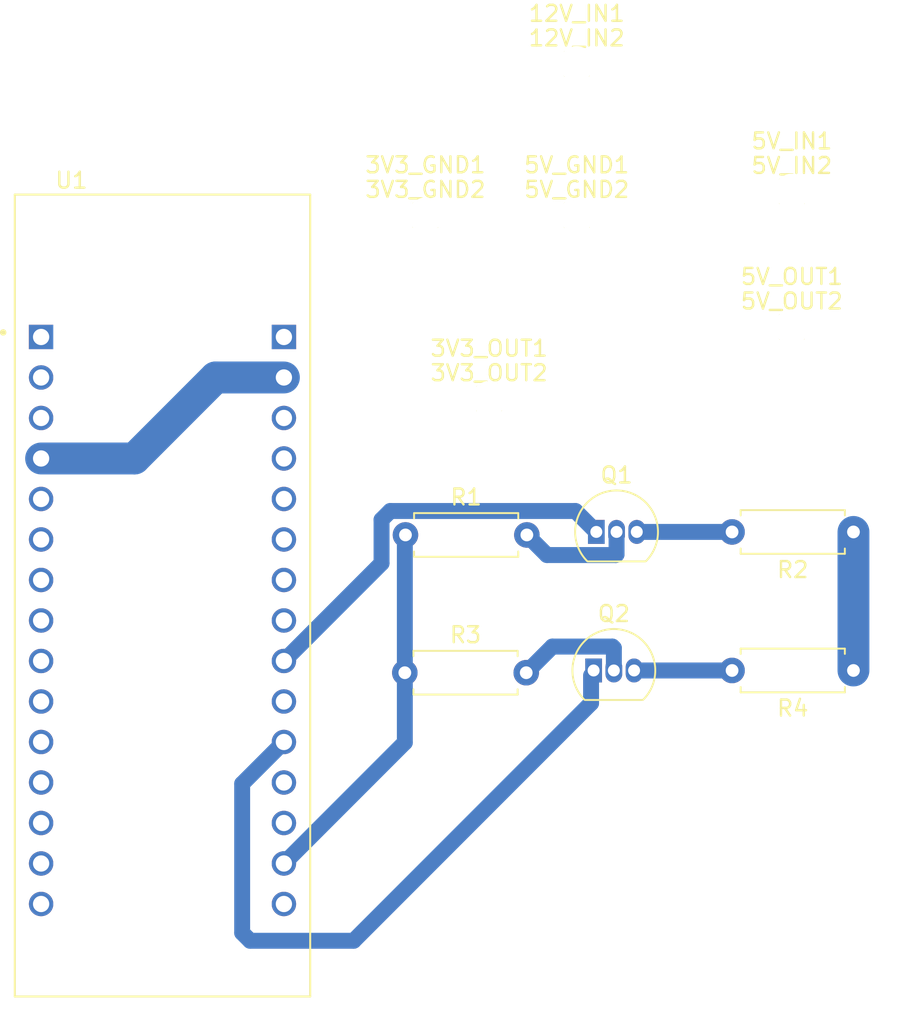
<source format=kicad_pcb>
(kicad_pcb (version 20241229) (generator "pcbnew") (generator_version "9.0")
  (layers (0 "F.Cu" signal) (2 "B.Cu" signal) (13 "F.Paste" user) (15 "B.Paste" user) (5 "F.SilkS" user "F.Silkscreen") (7 "B.SilkS" user "B.Silkscreen") (1 "F.Mask" user) (3 "B.Mask" user) (25 "Edge.Cuts" user))
  (net 0 "")
  (net 1 "Net-(Q1-B)")
  (net 2 "DI_OUT")
  (net 3 "DI_IN")
  (net 4 "Net-(Q2-B)")
  (net 5 "CLK_IN")
  (net 6 "CLK_OUT")
  (net 7 "3V3")
  (net 8 "5V")
  (net 17 "GND")
  (net 29 "12V")
  (footprint "Package_TO_SOT_THT:TO-92_Inline" (layer "F.Cu") (at 154.06 74.55)
    (property "Reference" "Q2" (at 1.27 -3.56 0) (layer "F.SilkS"))
    (property "Value" "2N3904")
    (fp_line (start -0.53 1.85) (end 3.07 1.85) (stroke (width 0.12)) (layer "F.SilkS"))
    (fp_arc (start -0.568478 1.838478) (mid -1.132087 -0.994977) (end 1.27 -2.6) (stroke (width 0.12)) (layer "F.SilkS"))
    (fp_arc (start 1.27 -2.6) (mid 3.672087 -0.994977) (end 3.108478 1.838478) (stroke (width 0.12)) (layer "F.SilkS"))
    (pad "1" thru_hole rect (at 0 0) (size 1.05 1.5) (drill 0.75) (layers "*.Cu" "*.Mask") (net 5 "CLK_IN"))
    (pad "2" thru_hole oval (at 1.27 0) (size 1.05 1.5) (drill 0.75) (layers "*.Cu" "*.Mask") (net 4 "Net-(Q2-B)"))
    (pad "3" thru_hole oval (at 2.54 0) (size 1.05 1.5) (drill 0.75) (layers "*.Cu" "*.Mask") (net 6 "CLK_OUT"))
  )
  (footprint "MountingHole:MountingHole_2.2mm_M2" (layer "F.Cu") (at 166.5 44.5)
    (property "Reference" "5V_IN1" (at 0 -3.15 0) (layer "F.SilkS"))
    (property "Value" "MountingHole_Pad")
    (pad "" np_thru_hole circle (at 0 0) (size 2.2 2.2) (drill 2.2) (layers "*.Cu" "*.Mask"))
  )
  (footprint "MountingHole:MountingHole_2.2mm_M2" (layer "F.Cu") (at 153 36.5)
    (property "Reference" "12V_IN1" (at 0 -3.15 0) (layer "F.SilkS"))
    (property "Value" "MountingHole_Pad")
    (pad "" np_thru_hole circle (at 0 0) (size 2.2 2.2) (drill 2.2) (layers "*.Cu" "*.Mask"))
  )
  (footprint "Resistor_THT:R_Axial_DIN0207_L6.3mm_D2.5mm_P7.62mm_Horizontal" (layer "F.Cu") (at 142.25 66.05)
    (property "Reference" "R1" (at 3.81 -2.37 0) (layer "F.SilkS"))
    (property "Value" "2.2k")
    (fp_line (start 0.54 -1.37) (end 7.08 -1.37) (stroke (width 0.12)) (layer "F.SilkS"))
    (fp_line (start 0.54 -1.04) (end 0.54 -1.37) (stroke (width 0.12)) (layer "F.SilkS"))
    (fp_line (start 0.54 1.04) (end 0.54 1.37) (stroke (width 0.12)) (layer "F.SilkS"))
    (fp_line (start 0.54 1.37) (end 7.08 1.37) (stroke (width 0.12)) (layer "F.SilkS"))
    (fp_line (start 7.08 -1.37) (end 7.08 -1.04) (stroke (width 0.12)) (layer "F.SilkS"))
    (fp_line (start 7.08 1.37) (end 7.08 1.04) (stroke (width 0.12)) (layer "F.SilkS"))
    (pad "1" thru_hole circle (at 0 0) (size 1.6 1.6) (drill 0.8) (layers "*.Cu" "*.Mask") (net 7 "3V3"))
    (pad "2" thru_hole circle (at 7.62 0) (size 1.6 1.6) (drill 0.8) (layers "*.Cu" "*.Mask") (net 1 "Net-(Q1-B)"))
  )
  (footprint "Connector_PinHeader_1.00mm:PinHeader_1x01_P1.00mm_Vertical" (layer "F.Cu") (at 143.5 46)
    (property "Reference" "3V3_GND2" (at 0 -1.61 0) (layer "F.SilkS"))
    (property "Value" "Conn_01x01_Pin")
    (fp_line (start -0.745 -0.735) (end 0 -0.735) (stroke (width 0.12)) (layer "F.SilkS"))
    (fp_line (start -0.745 0) (end -0.745 -0.735) (stroke (width 0.12)) (layer "F.SilkS"))
    (fp_line (start -0.745 0.735) (end -0.745 0.61) (stroke (width 0.12)) (layer "F.SilkS"))
    (fp_line (start -0.745 0.735) (end -0.685565 0.735) (stroke (width 0.12)) (layer "F.SilkS"))
    (fp_line (start -0.745 0.735) (end 0.745 0.735) (stroke (width 0.12)) (layer "F.SilkS"))
    (fp_line (start 0.685565 0.735) (end 0.745 0.735) (stroke (width 0.12)) (layer "F.SilkS"))
    (fp_line (start 0.745 0.735) (end 0.745 0.61) (stroke (width 0.12)) (layer "F.SilkS"))
    (pad "1" thru_hole rect (at 0 0) (size 0.85 0.85) (drill 0.5) (layers "*.Cu" "*.Mask") (net 17 "GND"))
  )
  (footprint "Package_TO_SOT_THT:TO-92_Inline" (layer "F.Cu") (at 154.23 65.86)
    (property "Reference" "Q1" (at 1.27 -3.56 0) (layer "F.SilkS"))
    (property "Value" "2N3904")
    (fp_line (start -0.53 1.85) (end 3.07 1.85) (stroke (width 0.12)) (layer "F.SilkS"))
    (fp_arc (start -0.568478 1.838478) (mid -1.132087 -0.994977) (end 1.27 -2.6) (stroke (width 0.12)) (layer "F.SilkS"))
    (fp_arc (start 1.27 -2.6) (mid 3.672087 -0.994977) (end 3.108478 1.838478) (stroke (width 0.12)) (layer "F.SilkS"))
    (pad "1" thru_hole rect (at 0 0) (size 1.05 1.5) (drill 0.75) (layers "*.Cu" "*.Mask") (net 3 "DI_IN"))
    (pad "2" thru_hole oval (at 1.27 0) (size 1.05 1.5) (drill 0.75) (layers "*.Cu" "*.Mask") (net 1 "Net-(Q1-B)"))
    (pad "3" thru_hole oval (at 2.54 0) (size 1.05 1.5) (drill 0.75) (layers "*.Cu" "*.Mask") (net 2 "DI_OUT"))
  )
  (footprint "Connector_PinHeader_1.00mm:PinHeader_1x01_P1.00mm_Vertical" (layer "F.Cu") (at 147.5 57.5)
    (property "Reference" "3V3_OUT2" (at 0 -1.61 0) (layer "F.SilkS"))
    (property "Value" "Conn_01x01_Pin")
    (fp_line (start -0.745 -0.735) (end 0 -0.735) (stroke (width 0.12)) (layer "F.SilkS"))
    (fp_line (start -0.745 0) (end -0.745 -0.735) (stroke (width 0.12)) (layer "F.SilkS"))
    (fp_line (start -0.745 0.735) (end -0.745 0.61) (stroke (width 0.12)) (layer "F.SilkS"))
    (fp_line (start -0.745 0.735) (end -0.685565 0.735) (stroke (width 0.12)) (layer "F.SilkS"))
    (fp_line (start -0.745 0.735) (end 0.745 0.735) (stroke (width 0.12)) (layer "F.SilkS"))
    (fp_line (start 0.685565 0.735) (end 0.745 0.735) (stroke (width 0.12)) (layer "F.SilkS"))
    (fp_line (start 0.745 0.735) (end 0.745 0.61) (stroke (width 0.12)) (layer "F.SilkS"))
    (pad "1" thru_hole rect (at 0 0) (size 0.85 0.85) (drill 0.5) (layers "*.Cu" "*.Mask") (net 7 "3V3"))
  )
  (footprint "Connector_PinHeader_1.00mm:PinHeader_1x01_P1.00mm_Vertical" (layer "F.Cu") (at 166.5 53)
    (property "Reference" "5V_OUT2" (at 0 -1.61 0) (layer "F.SilkS"))
    (property "Value" "Conn_01x01_Pin")
    (fp_line (start -0.745 -0.735) (end 0 -0.735) (stroke (width 0.12)) (layer "F.SilkS"))
    (fp_line (start -0.745 0) (end -0.745 -0.735) (stroke (width 0.12)) (layer "F.SilkS"))
    (fp_line (start -0.745 0.735) (end -0.745 0.61) (stroke (width 0.12)) (layer "F.SilkS"))
    (fp_line (start -0.745 0.735) (end -0.685565 0.735) (stroke (width 0.12)) (layer "F.SilkS"))
    (fp_line (start -0.745 0.735) (end 0.745 0.735) (stroke (width 0.12)) (layer "F.SilkS"))
    (fp_line (start 0.685565 0.735) (end 0.745 0.735) (stroke (width 0.12)) (layer "F.SilkS"))
    (fp_line (start 0.745 0.735) (end 0.745 0.61) (stroke (width 0.12)) (layer "F.SilkS"))
    (pad "1" thru_hole rect (at 0 0) (size 0.85 0.85) (drill 0.5) (layers "*.Cu" "*.Mask") (net 8 "5V"))
  )
  (footprint "Connector_PinHeader_1.00mm:PinHeader_1x01_P1.00mm_Vertical" (layer "F.Cu") (at 153 46)
    (property "Reference" "5V_GND2" (at 0 -1.61 0) (layer "F.SilkS"))
    (property "Value" "Conn_01x01_Pin")
    (fp_line (start -0.745 -0.735) (end 0 -0.735) (stroke (width 0.12)) (layer "F.SilkS"))
    (fp_line (start -0.745 0) (end -0.745 -0.735) (stroke (width 0.12)) (layer "F.SilkS"))
    (fp_line (start -0.745 0.735) (end -0.745 0.61) (stroke (width 0.12)) (layer "F.SilkS"))
    (fp_line (start -0.745 0.735) (end -0.685565 0.735) (stroke (width 0.12)) (layer "F.SilkS"))
    (fp_line (start -0.745 0.735) (end 0.745 0.735) (stroke (width 0.12)) (layer "F.SilkS"))
    (fp_line (start 0.685565 0.735) (end 0.745 0.735) (stroke (width 0.12)) (layer "F.SilkS"))
    (fp_line (start 0.745 0.735) (end 0.745 0.61) (stroke (width 0.12)) (layer "F.SilkS"))
    (pad "1" thru_hole rect (at 0 0) (size 0.85 0.85) (drill 0.5) (layers "*.Cu" "*.Mask") (net 17 "GND"))
  )
  (footprint "MountingHole:MountingHole_2.2mm_M2" (layer "F.Cu") (at 147.5 57.5)
    (property "Reference" "3V3_OUT1" (at 0 -3.15 0) (layer "F.SilkS"))
    (property "Value" "MountingHole_Pad")
    (pad "" np_thru_hole circle (at 0 0) (size 2.2 2.2) (drill 2.2) (layers "*.Cu" "*.Mask"))
  )
  (footprint "NUCLEO-L432KC:MODULE_NUCLEO-L432KC" (layer "F.Cu") (at 127 69.85)
    (property "Reference" "U1" (at -5.715 -26.035 0) (layer "F.SilkS"))
    (property "Value" "NUCLEO-L432KC")
    (fp_line (start -9.27 -25.145) (end 9.27 -25.145) (stroke (width 0.127)) (layer "F.SilkS"))
    (fp_line (start -9.27 25.145) (end -9.27 -25.145) (stroke (width 0.127)) (layer "F.SilkS"))
    (fp_line (start 9.27 -25.145) (end 9.27 25.145) (stroke (width 0.127)) (layer "F.SilkS"))
    (fp_line (start 9.27 25.145) (end -9.27 25.145) (stroke (width 0.127)) (layer "F.SilkS"))
    (fp_circle (center -10 -16.5) (end -9.9 -16.5) (stroke (width 0.2)) (fill no) (layer "F.SilkS"))
    (pad "3V3" thru_hole circle (at 7.62 16.805) (size 1.53 1.53) (drill 1.02) (layers "*.Cu" "*.Mask") (net 7 "3V3"))
    (pad "5V" thru_hole circle (at 7.62 -8.595) (size 1.53 1.53) (drill 1.02) (layers "*.Cu" "*.Mask"))
    (pad "A0" thru_hole circle (at 7.62 11.725) (size 1.53 1.53) (drill 1.02) (layers "*.Cu" "*.Mask"))
    (pad "A1" thru_hole circle (at 7.62 9.185) (size 1.53 1.53) (drill 1.02) (layers "*.Cu" "*.Mask") (net 5 "CLK_IN"))
    (pad "A2" thru_hole circle (at 7.62 6.645) (size 1.53 1.53) (drill 1.02) (layers "*.Cu" "*.Mask"))
    (pad "A3" thru_hole circle (at 7.62 4.105) (size 1.53 1.53) (drill 1.02) (layers "*.Cu" "*.Mask") (net 3 "DI_IN"))
    (pad "A4" thru_hole circle (at 7.62 1.565) (size 1.53 1.53) (drill 1.02) (layers "*.Cu" "*.Mask"))
    (pad "A5" thru_hole circle (at 7.62 -0.975) (size 1.53 1.53) (drill 1.02) (layers "*.Cu" "*.Mask"))
    (pad "A6" thru_hole circle (at 7.62 -3.515) (size 1.53 1.53) (drill 1.02) (layers "*.Cu" "*.Mask"))
    (pad "A7" thru_hole circle (at 7.62 -6.055) (size 1.53 1.53) (drill 1.02) (layers "*.Cu" "*.Mask"))
    (pad "D0/RX" thru_hole circle (at -7.62 -13.675) (size 1.53 1.53) (drill 1.02) (layers "*.Cu" "*.Mask"))
    (pad "D1/TX" thru_hole rect (at -7.62 -16.215) (size 1.53 1.53) (drill 1.02) (layers "*.Cu" "*.Mask"))
    (pad "D2" thru_hole circle (at -7.62 -6.055) (size 1.53 1.53) (drill 1.02) (layers "*.Cu" "*.Mask"))
    (pad "D3" thru_hole circle (at -7.62 -3.515) (size 1.53 1.53) (drill 1.02) (layers "*.Cu" "*.Mask"))
    (pad "D4" thru_hole circle (at -7.62 -0.975) (size 1.53 1.53) (drill 1.02) (layers "*.Cu" "*.Mask"))
    (pad "D5" thru_hole circle (at -7.62 1.565) (size 1.53 1.53) (drill 1.02) (layers "*.Cu" "*.Mask"))
    (pad "D6" thru_hole circle (at -7.62 4.105) (size 1.53 1.53) (drill 1.02) (layers "*.Cu" "*.Mask"))
    (pad "D7" thru_hole circle (at -7.62 6.645) (size 1.53 1.53) (drill 1.02) (layers "*.Cu" "*.Mask"))
    (pad "D8" thru_hole circle (at -7.62 9.185) (size 1.53 1.53) (drill 1.02) (layers "*.Cu" "*.Mask"))
    (pad "D9" thru_hole circle (at -7.62 11.725) (size 1.53 1.53) (drill 1.02) (layers "*.Cu" "*.Mask"))
    (pad "D10" thru_hole circle (at -7.62 14.265) (size 1.53 1.53) (drill 1.02) (layers "*.Cu" "*.Mask"))
    (pad "D11" thru_hole circle (at -7.62 16.805) (size 1.53 1.53) (drill 1.02) (layers "*.Cu" "*.Mask"))
    (pad "D12" thru_hole circle (at -7.62 19.345) (size 1.53 1.53) (drill 1.02) (layers "*.Cu" "*.Mask"))
    (pad "D13" thru_hole circle (at 7.62 19.345) (size 1.53 1.53) (drill 1.02) (layers "*.Cu" "*.Mask"))
    (pad "GND" thru_hole circle (at -7.62 -8.595) (size 1.53 1.53) (drill 1.02) (layers "*.Cu" "*.Mask") (net 17 "GND"))
    (pad "GND" thru_hole circle (at 7.62 -13.675) (size 1.53 1.53) (drill 1.02) (layers "*.Cu" "*.Mask") (net 17 "GND"))
    (pad "REF" thru_hole circle (at 7.62 14.265) (size 1.53 1.53) (drill 1.02) (layers "*.Cu" "*.Mask"))
    (pad "RST" thru_hole circle (at -7.62 -11.135) (size 1.53 1.53) (drill 1.02) (layers "*.Cu" "*.Mask"))
    (pad "RST" thru_hole circle (at 7.62 -11.135) (size 1.53 1.53) (drill 1.02) (layers "*.Cu" "*.Mask"))
    (pad "VIN" thru_hole rect (at 7.62 -16.215) (size 1.53 1.53) (drill 1.02) (layers "*.Cu" "*.Mask"))
  )
  (footprint "Resistor_THT:R_Axial_DIN0207_L6.3mm_D2.5mm_P7.62mm_Horizontal" (layer "F.Cu") (at 142.21 74.69)
    (property "Reference" "R3" (at 3.81 -2.37 0) (layer "F.SilkS"))
    (property "Value" "2.2k")
    (fp_line (start 0.54 -1.37) (end 7.08 -1.37) (stroke (width 0.12)) (layer "F.SilkS"))
    (fp_line (start 0.54 -1.04) (end 0.54 -1.37) (stroke (width 0.12)) (layer "F.SilkS"))
    (fp_line (start 0.54 1.04) (end 0.54 1.37) (stroke (width 0.12)) (layer "F.SilkS"))
    (fp_line (start 0.54 1.37) (end 7.08 1.37) (stroke (width 0.12)) (layer "F.SilkS"))
    (fp_line (start 7.08 -1.37) (end 7.08 -1.04) (stroke (width 0.12)) (layer "F.SilkS"))
    (fp_line (start 7.08 1.37) (end 7.08 1.04) (stroke (width 0.12)) (layer "F.SilkS"))
    (pad "1" thru_hole circle (at 0 0) (size 1.6 1.6) (drill 0.8) (layers "*.Cu" "*.Mask") (net 7 "3V3"))
    (pad "2" thru_hole circle (at 7.62 0) (size 1.6 1.6) (drill 0.8) (layers "*.Cu" "*.Mask") (net 4 "Net-(Q2-B)"))
  )
  (footprint "MountingHole:MountingHole_2.2mm_M2" (layer "F.Cu") (at 153 46)
    (property "Reference" "5V_GND1" (at 0 -3.15 0) (layer "F.SilkS"))
    (property "Value" "MountingHole_Pad")
    (pad "" np_thru_hole circle (at 0 0) (size 2.2 2.2) (drill 2.2) (layers "*.Cu" "*.Mask"))
  )
  (footprint "Connector_PinHeader_1.00mm:PinHeader_1x01_P1.00mm_Vertical" (layer "F.Cu") (at 166.5 44.5)
    (property "Reference" "5V_IN2" (at 0 -1.61 0) (layer "F.SilkS"))
    (property "Value" "Conn_01x01_Pin")
    (fp_line (start -0.745 -0.735) (end 0 -0.735) (stroke (width 0.12)) (layer "F.SilkS"))
    (fp_line (start -0.745 0) (end -0.745 -0.735) (stroke (width 0.12)) (layer "F.SilkS"))
    (fp_line (start -0.745 0.735) (end -0.745 0.61) (stroke (width 0.12)) (layer "F.SilkS"))
    (fp_line (start -0.745 0.735) (end -0.685565 0.735) (stroke (width 0.12)) (layer "F.SilkS"))
    (fp_line (start -0.745 0.735) (end 0.745 0.735) (stroke (width 0.12)) (layer "F.SilkS"))
    (fp_line (start 0.685565 0.735) (end 0.745 0.735) (stroke (width 0.12)) (layer "F.SilkS"))
    (fp_line (start 0.745 0.735) (end 0.745 0.61) (stroke (width 0.12)) (layer "F.SilkS"))
    (pad "1" thru_hole rect (at 0 0) (size 0.85 0.85) (drill 0.5) (layers "*.Cu" "*.Mask") (net 8 "5V"))
  )
  (footprint "Connector_PinHeader_1.00mm:PinHeader_1x01_P1.00mm_Vertical" (layer "F.Cu") (at 153 36.5)
    (property "Reference" "12V_IN2" (at 0 -1.61 0) (layer "F.SilkS"))
    (property "Value" "Conn_01x01_Pin")
    (fp_line (start -0.745 -0.735) (end 0 -0.735) (stroke (width 0.12)) (layer "F.SilkS"))
    (fp_line (start -0.745 0) (end -0.745 -0.735) (stroke (width 0.12)) (layer "F.SilkS"))
    (fp_line (start -0.745 0.735) (end -0.745 0.61) (stroke (width 0.12)) (layer "F.SilkS"))
    (fp_line (start -0.745 0.735) (end -0.685565 0.735) (stroke (width 0.12)) (layer "F.SilkS"))
    (fp_line (start -0.745 0.735) (end 0.745 0.735) (stroke (width 0.12)) (layer "F.SilkS"))
    (fp_line (start 0.685565 0.735) (end 0.745 0.735) (stroke (width 0.12)) (layer "F.SilkS"))
    (fp_line (start 0.745 0.735) (end 0.745 0.61) (stroke (width 0.12)) (layer "F.SilkS"))
    (pad "1" thru_hole rect (at 0 0) (size 0.85 0.85) (drill 0.5) (layers "*.Cu" "*.Mask") (net 29 "12V"))
  )
  (footprint "Resistor_THT:R_Axial_DIN0207_L6.3mm_D2.5mm_P7.62mm_Horizontal" (layer "F.Cu") (at 170.37 65.86259 180)
    (property "Reference" "R2" (at 3.81 -2.37 0) (layer "F.SilkS"))
    (property "Value" "6.8k")
    (fp_line (start 7.08 1.37) (end 7.08 1.04) (stroke (width 0.12)) (layer "F.SilkS"))
    (fp_line (start 7.08 -1.37) (end 7.08 -1.04) (stroke (width 0.12)) (layer "F.SilkS"))
    (fp_line (start 0.54 1.37) (end 7.08 1.37) (stroke (width 0.12)) (layer "F.SilkS"))
    (fp_line (start 0.54 1.04) (end 0.54 1.37) (stroke (width 0.12)) (layer "F.SilkS"))
    (fp_line (start 0.54 -1.04) (end 0.54 -1.37) (stroke (width 0.12)) (layer "F.SilkS"))
    (fp_line (start 0.54 -1.37) (end 7.08 -1.37) (stroke (width 0.12)) (layer "F.SilkS"))
    (pad "1" thru_hole circle (at 0 0 180) (size 1.6 1.6) (drill 0.8) (layers "*.Cu" "*.Mask") (net 8 "5V"))
    (pad "2" thru_hole circle (at 7.62 0 180) (size 1.6 1.6) (drill 0.8) (layers "*.Cu" "*.Mask") (net 2 "DI_OUT"))
  )
  (footprint "MountingHole:MountingHole_2.2mm_M2" (layer "F.Cu") (at 166.5 53)
    (property "Reference" "5V_OUT1" (at 0 -3.15 0) (layer "F.SilkS"))
    (property "Value" "MountingHole_Pad")
    (pad "" np_thru_hole circle (at 0 0) (size 2.2 2.2) (drill 2.2) (layers "*.Cu" "*.Mask"))
  )
  (footprint "MountingHole:MountingHole_2.2mm_M2" (layer "F.Cu") (at 143.5 46)
    (property "Reference" "3V3_GND1" (at 0 -3.15 0) (layer "F.SilkS"))
    (property "Value" "MountingHole_Pad")
    (pad "" np_thru_hole circle (at 0 0) (size 2.2 2.2) (drill 2.2) (layers "*.Cu" "*.Mask"))
  )
  (footprint "Resistor_THT:R_Axial_DIN0207_L6.3mm_D2.5mm_P7.62mm_Horizontal" (layer "F.Cu") (at 170.37 74.55 180)
    (property "Reference" "R4" (at 3.81 -2.37 0) (layer "F.SilkS"))
    (property "Value" "6.8k")
    (fp_line (start 7.08 1.37) (end 7.08 1.04) (stroke (width 0.12)) (layer "F.SilkS"))
    (fp_line (start 7.08 -1.37) (end 7.08 -1.04) (stroke (width 0.12)) (layer "F.SilkS"))
    (fp_line (start 0.54 1.37) (end 7.08 1.37) (stroke (width 0.12)) (layer "F.SilkS"))
    (fp_line (start 0.54 1.04) (end 0.54 1.37) (stroke (width 0.12)) (layer "F.SilkS"))
    (fp_line (start 0.54 -1.04) (end 0.54 -1.37) (stroke (width 0.12)) (layer "F.SilkS"))
    (fp_line (start 0.54 -1.37) (end 7.08 -1.37) (stroke (width 0.12)) (layer "F.SilkS"))
    (pad "1" thru_hole circle (at 0 0 180) (size 1.6 1.6) (drill 0.8) (layers "*.Cu" "*.Mask") (net 8 "5V"))
    (pad "2" thru_hole circle (at 7.62 0 180) (size 1.6 1.6) (drill 0.8) (layers "*.Cu" "*.Mask") (net 6 "CLK_OUT"))
  )
  (segment (start 155.5 67.267) (end 155.5 65.86) (width 1) (layer "B.Cu") (net 1))
  (segment (start 151.131 67.311) (end 155.456 67.311) (width 1) (layer "B.Cu") (net 1))
  (segment (start 155.456 67.311) (end 155.5 67.267) (width 1) (layer "B.Cu") (net 1))
  (segment (start 149.87 66.05) (end 151.131 67.311) (width 1) (layer "B.Cu") (net 1))
  (segment (start 156.77 65.86) (end 162.74741 65.86) (width 1) (layer "B.Cu") (net 2))
  (segment (start 162.74741 65.86) (end 162.75 65.86259) (width 1) (layer "B.Cu") (net 2))
  (segment (start 154.23 65.86) (end 152.919 64.549) (width 1) (layer "B.Cu") (net 3))
  (segment (start 141.296 64.549) (end 140.749 65.096) (width 1) (layer "B.Cu") (net 3))
  (segment (start 152.919 64.549) (end 141.296 64.549) (width 1) (layer "B.Cu") (net 3))
  (segment (start 140.749 65.096) (end 140.749 67.826) (width 1) (layer "B.Cu") (net 3))
  (segment (start 140.749 67.826) (end 134.62 73.955) (width 1) (layer "B.Cu") (net 3))
  (segment (start 151.47 73.05) (end 149.83 74.69) (width 1) (layer "B.Cu") (net 4))
  (segment (start 155.237 73.05) (end 151.47 73.05) (width 1) (layer "B.Cu") (net 4))
  (segment (start 155.33 73.143) (end 155.237 73.05) (width 1) (layer "B.Cu") (net 4))
  (segment (start 155.33 74.55) (end 155.33 73.143) (width 1) (layer "B.Cu") (net 4))
  (segment (start 139 91.5) (end 132.5 91.5) (width 1) (layer "B.Cu") (net 5))
  (segment (start 132 81.655) (end 134.62 79.035) (width 1) (layer "B.Cu") (net 5))
  (segment (start 132 91) (end 132 81.655) (width 1) (layer "B.Cu") (net 5))
  (segment (start 132.5 91.5) (end 132 91) (width 1) (layer "B.Cu") (net 5))
  (segment (start 153.9 76.6) (end 139 91.5) (width 1) (layer "B.Cu") (net 5))
  (segment (start 153.9 74.86259) (end 153.9 76.6) (width 1) (layer "B.Cu") (net 5))
  (segment (start 162.75 74.55) (end 156.6 74.55) (width 1) (layer "B.Cu") (net 6))
  (segment (start 134.62 86.38) (end 134.62 86.655) (width 1) (layer "B.Cu") (net 7))
  (segment (start 142.21 79.065) (end 134.62 86.655) (width 1) (layer "B.Cu") (net 7))
  (segment (start 142.21 74.69) (end 142.21 79.065) (width 1) (layer "B.Cu") (net 7))
  (segment (start 142.21 74.69) (end 142.21 66.09) (width 1) (layer "B.Cu") (net 7))
  (segment (start 142.21 66.09) (end 142.25 66.05) (width 1) (layer "B.Cu") (net 7))
  (segment (start 170.37 74.55) (end 170.37 65.86259) (width 2) (layer "B.Cu") (net 8))
  (segment (start 130.325 56.175) (end 134.62 56.175) (width 2) (layer "B.Cu") (net 17))
  (segment (start 119.38 61.255) (end 125.245 61.255) (width 2) (layer "B.Cu") (net 17))
  (segment (start 125.245 61.255) (end 130.325 56.175) (width 2) (layer "B.Cu") (net 17))
)
</source>
